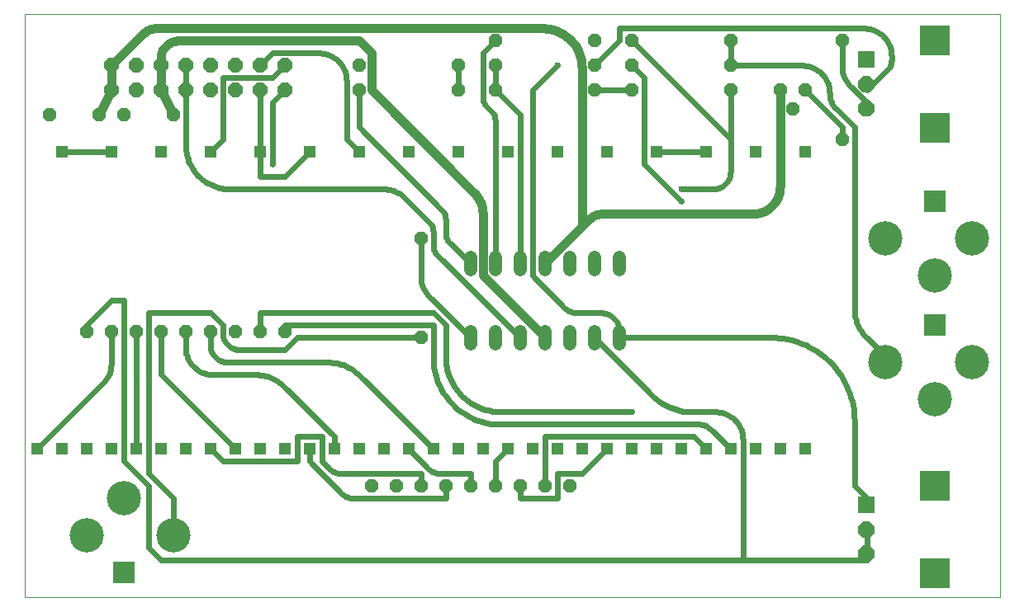
<source format=gtl>
G75*
G70*
%OFA0B0*%
%FSLAX24Y24*%
%IPPOS*%
%LPD*%
%AMOC8*
5,1,8,0,0,1.08239X$1,22.5*
%
%ADD10C,0.0000*%
%ADD11R,0.0515X0.0515*%
%ADD12R,0.0886X0.0886*%
%ADD13C,0.1384*%
%ADD14C,0.0520*%
%ADD15OC8,0.0600*%
%ADD16OC8,0.0520*%
%ADD17R,0.0660X0.0660*%
%ADD18OC8,0.0660*%
%ADD19R,0.1227X0.1227*%
%ADD20C,0.0360*%
%ADD21C,0.0240*%
%ADD22C,0.0240*%
D10*
X000180Y000680D02*
X000180Y024251D01*
X039550Y024251D01*
X039550Y000680D01*
X000180Y000680D01*
D11*
X000680Y006680D03*
X001680Y006680D03*
X002680Y006680D03*
X003680Y006680D03*
X004680Y006680D03*
X005680Y006680D03*
X006680Y006680D03*
X007680Y006680D03*
X008680Y006680D03*
X009680Y006680D03*
X010680Y006680D03*
X011680Y006680D03*
X012680Y006680D03*
X013680Y006680D03*
X014680Y006680D03*
X015680Y006680D03*
X016680Y006680D03*
X017680Y006680D03*
X018680Y006680D03*
X019680Y006680D03*
X020680Y006680D03*
X021680Y006680D03*
X022680Y006680D03*
X023680Y006680D03*
X024680Y006680D03*
X025680Y006680D03*
X026680Y006680D03*
X027680Y006680D03*
X028680Y006680D03*
X029680Y006680D03*
X030680Y006680D03*
X031680Y006680D03*
X031680Y018680D03*
X029680Y018680D03*
X027680Y018680D03*
X025680Y018680D03*
X023680Y018680D03*
X021680Y018680D03*
X019680Y018680D03*
X017680Y018680D03*
X015680Y018680D03*
X013680Y018680D03*
X011680Y018680D03*
X009680Y018680D03*
X007680Y018680D03*
X005680Y018680D03*
X003680Y018680D03*
X001680Y018680D03*
D12*
X004180Y001680D03*
X036930Y011680D03*
X036930Y016680D03*
D13*
X038430Y015180D03*
X036930Y013680D03*
X034930Y015180D03*
X034930Y010180D03*
X036930Y008680D03*
X038430Y010180D03*
X006180Y003180D03*
X004180Y004680D03*
X002680Y003180D03*
D14*
X018180Y010920D02*
X018180Y011440D01*
X019180Y011440D02*
X019180Y010920D01*
X020180Y010920D02*
X020180Y011440D01*
X021180Y011440D02*
X021180Y010920D01*
X022180Y010920D02*
X022180Y011440D01*
X023180Y011440D02*
X023180Y010920D01*
X024180Y010920D02*
X024180Y011440D01*
X024180Y013920D02*
X024180Y014440D01*
X023180Y014440D02*
X023180Y013920D01*
X022180Y013920D02*
X022180Y014440D01*
X021180Y014440D02*
X021180Y013920D01*
X020180Y013920D02*
X020180Y014440D01*
X019180Y014440D02*
X019180Y013920D01*
X018180Y013920D02*
X018180Y014440D01*
D15*
X010680Y021180D03*
X009680Y021180D03*
X008680Y021180D03*
X007680Y021180D03*
X006680Y021180D03*
X005680Y021180D03*
X004680Y021180D03*
X003680Y021180D03*
X003680Y022180D03*
X004680Y022180D03*
X005680Y022180D03*
X006680Y022180D03*
X007680Y022180D03*
X008680Y022180D03*
X009680Y022180D03*
X010680Y022180D03*
D16*
X013680Y022180D03*
X013680Y021180D03*
X017680Y021180D03*
X019180Y021180D03*
X019180Y022180D03*
X017680Y022180D03*
X019180Y023180D03*
X023180Y023180D03*
X023180Y022180D03*
X023180Y021180D03*
X024680Y021180D03*
X024680Y022180D03*
X024680Y023180D03*
X028680Y023180D03*
X028680Y022180D03*
X028680Y021180D03*
X030680Y021180D03*
X031680Y021180D03*
X031180Y020430D03*
X033180Y019180D03*
X033180Y023180D03*
X016180Y015180D03*
X010680Y011430D03*
X009680Y011430D03*
X008680Y011430D03*
X007680Y011430D03*
X006680Y011430D03*
X005680Y011430D03*
X004680Y011430D03*
X003680Y011430D03*
X002680Y011430D03*
X014180Y005180D03*
X015180Y005180D03*
X016180Y005180D03*
X017180Y005180D03*
X018180Y005180D03*
X019180Y005180D03*
X020180Y005180D03*
X021180Y005180D03*
X022180Y005180D03*
X016180Y011180D03*
X006180Y020180D03*
X004180Y020180D03*
X003180Y020180D03*
X001180Y020180D03*
D17*
X034174Y022414D03*
X034174Y004414D03*
D18*
X034174Y003430D03*
X034174Y002446D03*
X034174Y020446D03*
X034174Y021430D03*
D19*
X036930Y019658D03*
X036930Y023202D03*
X036930Y005202D03*
X036930Y001658D03*
D20*
X021180Y011180D02*
X018680Y013680D01*
X018680Y016217D01*
X018353Y017007D02*
X014180Y021180D01*
X014180Y022680D01*
X013680Y023180D01*
X006387Y023180D01*
X005473Y023680D02*
X005423Y023678D01*
X005372Y023673D01*
X005323Y023664D01*
X005274Y023651D01*
X005226Y023635D01*
X005179Y023616D01*
X005134Y023594D01*
X005091Y023568D01*
X005049Y023539D01*
X005010Y023507D01*
X004973Y023473D01*
X003680Y022180D01*
X003680Y021180D01*
X003180Y020180D01*
X005680Y021180D02*
X005680Y022180D01*
X005680Y022473D01*
X005682Y022523D01*
X005687Y022574D01*
X005696Y022623D01*
X005709Y022672D01*
X005725Y022720D01*
X005744Y022767D01*
X005766Y022812D01*
X005792Y022855D01*
X005821Y022897D01*
X005853Y022936D01*
X005887Y022973D01*
X005924Y023007D01*
X005963Y023039D01*
X006005Y023068D01*
X006048Y023094D01*
X006093Y023116D01*
X006140Y023135D01*
X006188Y023151D01*
X006237Y023164D01*
X006286Y023173D01*
X006337Y023178D01*
X006387Y023180D01*
X005473Y023680D02*
X021099Y023680D01*
X021177Y023678D01*
X021254Y023672D01*
X021331Y023663D01*
X021407Y023650D01*
X021483Y023633D01*
X021558Y023612D01*
X021632Y023588D01*
X021704Y023560D01*
X021775Y023528D01*
X021844Y023493D01*
X021912Y023455D01*
X021977Y023414D01*
X022041Y023369D01*
X022102Y023321D01*
X022161Y023270D01*
X022217Y023217D01*
X022270Y023161D01*
X022321Y023102D01*
X022369Y023041D01*
X022414Y022977D01*
X022455Y022912D01*
X022493Y022844D01*
X022528Y022775D01*
X022560Y022704D01*
X022588Y022632D01*
X022612Y022558D01*
X022633Y022483D01*
X022650Y022407D01*
X022663Y022331D01*
X022672Y022254D01*
X022678Y022177D01*
X022680Y022099D01*
X022680Y015680D01*
X021180Y014180D01*
X022680Y015680D02*
X022973Y015973D01*
X023473Y016180D02*
X029562Y016180D01*
X029627Y016182D01*
X029692Y016188D01*
X029756Y016197D01*
X029820Y016210D01*
X029883Y016227D01*
X029944Y016247D01*
X030005Y016271D01*
X030064Y016299D01*
X030121Y016330D01*
X030176Y016364D01*
X030230Y016401D01*
X030281Y016442D01*
X030329Y016485D01*
X030375Y016531D01*
X030418Y016579D01*
X030459Y016630D01*
X030496Y016684D01*
X030530Y016739D01*
X030561Y016796D01*
X030589Y016855D01*
X030613Y016916D01*
X030633Y016977D01*
X030650Y017040D01*
X030663Y017104D01*
X030672Y017168D01*
X030678Y017233D01*
X030680Y017298D01*
X030680Y021180D01*
X023473Y016180D02*
X023423Y016178D01*
X023372Y016173D01*
X023323Y016164D01*
X023274Y016151D01*
X023226Y016135D01*
X023179Y016116D01*
X023134Y016094D01*
X023091Y016068D01*
X023049Y016039D01*
X023010Y016007D01*
X022973Y015973D01*
X018680Y016217D02*
X018678Y016280D01*
X018673Y016342D01*
X018664Y016404D01*
X018652Y016466D01*
X018636Y016527D01*
X018617Y016586D01*
X018595Y016645D01*
X018569Y016702D01*
X018540Y016758D01*
X018509Y016812D01*
X018474Y016864D01*
X018436Y016914D01*
X018396Y016962D01*
X018353Y017008D01*
X006180Y020180D02*
X005680Y021180D01*
D21*
X006680Y021180D02*
X006680Y022180D01*
X006680Y021180D02*
X006680Y018983D01*
X007680Y018680D02*
X008180Y019180D01*
X008180Y021680D01*
X010180Y021680D01*
X010680Y022180D01*
X010180Y022680D02*
X012062Y022680D01*
X012127Y022678D01*
X012192Y022672D01*
X012256Y022663D01*
X012320Y022650D01*
X012383Y022633D01*
X012444Y022613D01*
X012505Y022589D01*
X012564Y022561D01*
X012621Y022530D01*
X012676Y022496D01*
X012730Y022459D01*
X012781Y022418D01*
X012829Y022375D01*
X012875Y022329D01*
X012918Y022281D01*
X012959Y022230D01*
X012996Y022176D01*
X013030Y022121D01*
X013061Y022064D01*
X013089Y022005D01*
X013113Y021944D01*
X013133Y021883D01*
X013150Y021820D01*
X013163Y021756D01*
X013172Y021692D01*
X013178Y021627D01*
X013180Y021562D01*
X013180Y019180D01*
X013680Y018680D01*
X013680Y019680D02*
X013680Y021180D01*
X013680Y019680D02*
X017034Y016326D01*
X017180Y015973D02*
X017180Y015387D01*
X017326Y015034D02*
X018180Y014180D01*
X019180Y014180D02*
X019180Y019973D01*
X019034Y020326D02*
X018826Y020534D01*
X018680Y020887D02*
X018680Y022680D01*
X019180Y023180D01*
X019180Y022180D02*
X019180Y021180D01*
X020180Y020180D01*
X020180Y014180D01*
X020680Y013680D02*
X021973Y012387D01*
X022473Y012180D02*
X023473Y012180D01*
X023523Y012178D01*
X023574Y012173D01*
X023623Y012164D01*
X023672Y012151D01*
X023720Y012135D01*
X023767Y012116D01*
X023812Y012094D01*
X023855Y012068D01*
X023897Y012039D01*
X023936Y012007D01*
X023973Y011973D01*
X024007Y011936D01*
X024039Y011897D01*
X024068Y011855D01*
X024094Y011812D01*
X024116Y011767D01*
X024135Y011720D01*
X024151Y011672D01*
X024164Y011623D01*
X024173Y011574D01*
X024178Y011523D01*
X024180Y011473D01*
X024180Y011180D01*
X030326Y011180D01*
X027106Y008180D02*
X026996Y008183D01*
X026887Y008191D01*
X026778Y008204D01*
X026670Y008223D01*
X026563Y008247D01*
X026457Y008276D01*
X026353Y008311D01*
X026250Y008350D01*
X026150Y008395D01*
X026052Y008444D01*
X025956Y008498D01*
X025864Y008557D01*
X025774Y008620D01*
X025687Y008688D01*
X025604Y008759D01*
X025525Y008835D01*
X023180Y011180D01*
X022473Y012180D02*
X022423Y012182D01*
X022372Y012187D01*
X022323Y012196D01*
X022274Y012209D01*
X022226Y012225D01*
X022179Y012244D01*
X022134Y012266D01*
X022091Y012292D01*
X022049Y012321D01*
X022010Y012353D01*
X021973Y012387D01*
X020180Y011180D02*
X016826Y014534D01*
X016680Y014887D02*
X016680Y015473D01*
X016534Y015826D02*
X015507Y016853D01*
X014717Y017180D02*
X008483Y017180D01*
X009680Y017680D02*
X009680Y018680D01*
X009680Y021180D01*
X010180Y020680D02*
X010180Y018180D01*
X009680Y017680D02*
X010680Y017680D01*
X011680Y018680D01*
X010180Y020680D02*
X010680Y021180D01*
X009680Y022180D02*
X010180Y022680D01*
X006680Y018983D02*
X006682Y018897D01*
X006688Y018812D01*
X006698Y018726D01*
X006713Y018642D01*
X006731Y018558D01*
X006753Y018475D01*
X006779Y018393D01*
X006809Y018313D01*
X006843Y018234D01*
X006880Y018157D01*
X006922Y018082D01*
X006966Y018008D01*
X007014Y017937D01*
X007066Y017868D01*
X007120Y017802D01*
X007178Y017739D01*
X007239Y017678D01*
X007302Y017620D01*
X007368Y017566D01*
X007437Y017514D01*
X007508Y017466D01*
X007581Y017422D01*
X007657Y017380D01*
X007734Y017343D01*
X007813Y017309D01*
X007893Y017279D01*
X007975Y017253D01*
X008058Y017231D01*
X008142Y017213D01*
X008226Y017198D01*
X008312Y017188D01*
X008397Y017182D01*
X008483Y017180D01*
X003680Y018680D02*
X001680Y018680D01*
X003680Y012680D02*
X004180Y012680D01*
X004180Y006180D01*
X005180Y005180D01*
X005180Y002680D01*
X005680Y002180D01*
X029180Y002180D01*
X029180Y007062D01*
X028680Y006680D02*
X027887Y007473D01*
X027387Y007680D02*
X019373Y007680D01*
X019416Y008180D02*
X024680Y008180D01*
X023680Y006680D02*
X022680Y005680D01*
X021680Y005680D01*
X021680Y004680D01*
X020180Y004680D01*
X020180Y005180D01*
X021180Y005180D02*
X021180Y007180D01*
X027180Y007180D01*
X027680Y006680D01*
X027887Y007473D02*
X027850Y007507D01*
X027811Y007539D01*
X027769Y007568D01*
X027726Y007594D01*
X027681Y007616D01*
X027634Y007635D01*
X027586Y007651D01*
X027537Y007664D01*
X027488Y007673D01*
X027437Y007678D01*
X027387Y007680D01*
X027106Y008180D02*
X028062Y008180D01*
X028127Y008178D01*
X028192Y008172D01*
X028256Y008163D01*
X028320Y008150D01*
X028383Y008133D01*
X028444Y008113D01*
X028505Y008089D01*
X028564Y008061D01*
X028621Y008030D01*
X028676Y007996D01*
X028730Y007959D01*
X028781Y007918D01*
X028829Y007875D01*
X028875Y007829D01*
X028918Y007781D01*
X028959Y007730D01*
X028996Y007676D01*
X029030Y007621D01*
X029061Y007564D01*
X029089Y007505D01*
X029113Y007444D01*
X029133Y007383D01*
X029150Y007320D01*
X029163Y007256D01*
X029172Y007192D01*
X029178Y007127D01*
X029180Y007062D01*
X030326Y011180D02*
X030486Y011176D01*
X030645Y011165D01*
X030803Y011146D01*
X030961Y011119D01*
X031117Y011085D01*
X031271Y011044D01*
X031423Y010996D01*
X031573Y010940D01*
X031719Y010877D01*
X031863Y010807D01*
X032003Y010731D01*
X032139Y010648D01*
X032272Y010558D01*
X032399Y010462D01*
X032522Y010361D01*
X032641Y010253D01*
X032753Y010141D01*
X032861Y010022D01*
X032962Y009899D01*
X033058Y009772D01*
X033148Y009639D01*
X033231Y009503D01*
X033307Y009363D01*
X033377Y009219D01*
X033440Y009073D01*
X033496Y008923D01*
X033544Y008771D01*
X033585Y008617D01*
X033619Y008461D01*
X033646Y008303D01*
X033665Y008145D01*
X033676Y007986D01*
X033680Y007826D01*
X033680Y005180D01*
X034180Y004680D01*
X034174Y004414D01*
X034174Y003430D02*
X034180Y003180D01*
X034180Y002680D01*
X034174Y002446D01*
X034180Y002180D01*
X029180Y002180D01*
X019680Y006680D02*
X019180Y006180D01*
X019180Y005180D01*
X018180Y005180D02*
X018180Y005680D01*
X016973Y005680D01*
X016473Y005887D02*
X015680Y006680D01*
X016680Y006680D02*
X013708Y009652D01*
X012433Y010180D02*
X008387Y010180D01*
X008887Y010680D02*
X010680Y010680D01*
X011180Y011180D01*
X016180Y011180D01*
X016680Y011680D02*
X010680Y011680D01*
X010680Y011430D01*
X009680Y011430D02*
X009680Y011680D01*
X009680Y012180D01*
X016680Y012180D01*
X017180Y011680D01*
X017180Y010416D01*
X016680Y010373D02*
X016680Y011680D01*
X016507Y012853D02*
X018180Y011180D01*
X016680Y010373D02*
X016683Y010245D01*
X016692Y010117D01*
X016707Y009990D01*
X016729Y009863D01*
X016756Y009738D01*
X016789Y009614D01*
X016828Y009492D01*
X016873Y009372D01*
X016923Y009254D01*
X016979Y009139D01*
X017041Y009027D01*
X017108Y008917D01*
X017179Y008811D01*
X017256Y008708D01*
X017338Y008609D01*
X017424Y008515D01*
X017515Y008424D01*
X017609Y008338D01*
X017708Y008256D01*
X017811Y008179D01*
X017917Y008108D01*
X018026Y008041D01*
X018139Y007979D01*
X018254Y007923D01*
X018372Y007873D01*
X018492Y007828D01*
X018614Y007789D01*
X018738Y007756D01*
X018863Y007729D01*
X018990Y007707D01*
X019117Y007692D01*
X019245Y007683D01*
X019373Y007680D01*
X016973Y005680D02*
X016923Y005682D01*
X016872Y005687D01*
X016823Y005696D01*
X016774Y005709D01*
X016726Y005725D01*
X016679Y005744D01*
X016634Y005766D01*
X016591Y005792D01*
X016549Y005821D01*
X016510Y005853D01*
X016473Y005887D01*
X016180Y005680D02*
X012973Y005680D01*
X012473Y005887D02*
X012180Y006180D01*
X012180Y007180D01*
X011180Y007180D01*
X011180Y006180D01*
X008180Y006180D01*
X007680Y006680D01*
X008680Y006680D02*
X005680Y009680D01*
X005680Y011180D01*
X005680Y011430D01*
X006680Y011430D02*
X006680Y011180D01*
X006680Y010798D01*
X007680Y010887D02*
X007680Y011180D01*
X007680Y011430D01*
X008180Y011387D02*
X008180Y011680D01*
X007680Y012180D01*
X005180Y012180D01*
X005180Y005680D01*
X006180Y004680D01*
X006180Y003180D01*
X004680Y006680D02*
X004680Y011180D01*
X004680Y011430D01*
X003680Y011430D02*
X003680Y011180D01*
X003680Y010094D01*
X003387Y009387D02*
X000680Y006680D01*
X003387Y009387D02*
X003429Y009431D01*
X003467Y009477D01*
X003503Y009526D01*
X003536Y009577D01*
X003565Y009629D01*
X003592Y009684D01*
X003615Y009739D01*
X003635Y009796D01*
X003651Y009855D01*
X003664Y009914D01*
X003673Y009973D01*
X003678Y010034D01*
X003680Y010094D01*
X002680Y011430D02*
X002680Y011680D01*
X003680Y012680D01*
X006680Y010798D02*
X006682Y010733D01*
X006688Y010668D01*
X006697Y010604D01*
X006710Y010540D01*
X006727Y010477D01*
X006747Y010416D01*
X006771Y010355D01*
X006799Y010296D01*
X006830Y010239D01*
X006864Y010184D01*
X006901Y010130D01*
X006942Y010079D01*
X006985Y010031D01*
X007031Y009985D01*
X007079Y009942D01*
X007130Y009901D01*
X007184Y009864D01*
X007239Y009830D01*
X007296Y009799D01*
X007355Y009771D01*
X007416Y009747D01*
X007477Y009727D01*
X007540Y009710D01*
X007604Y009697D01*
X007668Y009688D01*
X007733Y009682D01*
X007798Y009680D01*
X009525Y009680D01*
X010643Y009217D02*
X012680Y007180D01*
X012680Y006680D01*
X012473Y005887D02*
X012510Y005853D01*
X012549Y005821D01*
X012591Y005792D01*
X012634Y005766D01*
X012679Y005744D01*
X012726Y005725D01*
X012774Y005709D01*
X012823Y005696D01*
X012872Y005687D01*
X012923Y005682D01*
X012973Y005680D01*
X012973Y004887D02*
X013010Y004853D01*
X013049Y004821D01*
X013091Y004792D01*
X013134Y004766D01*
X013179Y004744D01*
X013226Y004725D01*
X013274Y004709D01*
X013323Y004696D01*
X013372Y004687D01*
X013423Y004682D01*
X013473Y004680D01*
X017180Y004680D01*
X017180Y005180D01*
X016180Y005180D02*
X016180Y005680D01*
X012973Y004887D02*
X011680Y006180D01*
X011680Y006680D01*
X010643Y009217D02*
X010587Y009270D01*
X010528Y009321D01*
X010467Y009369D01*
X010403Y009414D01*
X010338Y009455D01*
X010270Y009493D01*
X010201Y009528D01*
X010130Y009560D01*
X010058Y009588D01*
X009984Y009612D01*
X009909Y009633D01*
X009833Y009650D01*
X009757Y009663D01*
X009680Y009672D01*
X009603Y009678D01*
X009525Y009680D01*
X008387Y010180D02*
X008337Y010182D01*
X008286Y010187D01*
X008237Y010196D01*
X008188Y010209D01*
X008140Y010225D01*
X008093Y010244D01*
X008048Y010266D01*
X008005Y010292D01*
X007963Y010321D01*
X007924Y010353D01*
X007887Y010387D01*
X007853Y010424D01*
X007821Y010463D01*
X007792Y010505D01*
X007766Y010548D01*
X007744Y010593D01*
X007725Y010640D01*
X007709Y010688D01*
X007696Y010737D01*
X007687Y010786D01*
X007682Y010837D01*
X007680Y010887D01*
X008180Y011387D02*
X008182Y011337D01*
X008187Y011286D01*
X008196Y011237D01*
X008209Y011188D01*
X008225Y011140D01*
X008244Y011093D01*
X008266Y011048D01*
X008292Y011005D01*
X008321Y010963D01*
X008353Y010924D01*
X008387Y010887D01*
X008424Y010853D01*
X008463Y010821D01*
X008505Y010792D01*
X008548Y010766D01*
X008593Y010744D01*
X008640Y010725D01*
X008688Y010709D01*
X008737Y010696D01*
X008786Y010687D01*
X008837Y010682D01*
X008887Y010680D01*
X012433Y010180D02*
X012521Y010178D01*
X012610Y010171D01*
X012698Y010160D01*
X012785Y010145D01*
X012871Y010126D01*
X012956Y010102D01*
X013040Y010075D01*
X013123Y010043D01*
X013204Y010007D01*
X013283Y009967D01*
X013360Y009923D01*
X013435Y009876D01*
X013507Y009825D01*
X013577Y009771D01*
X013644Y009713D01*
X013708Y009652D01*
X017180Y010416D02*
X017183Y010310D01*
X017190Y010203D01*
X017203Y010098D01*
X017220Y009993D01*
X017243Y009889D01*
X017271Y009786D01*
X017303Y009685D01*
X017340Y009585D01*
X017382Y009487D01*
X017429Y009391D01*
X017480Y009298D01*
X017535Y009207D01*
X017595Y009119D01*
X017658Y009034D01*
X017726Y008952D01*
X017798Y008873D01*
X017873Y008798D01*
X017952Y008726D01*
X018034Y008658D01*
X018119Y008595D01*
X018207Y008535D01*
X018298Y008480D01*
X018391Y008429D01*
X018487Y008382D01*
X018585Y008340D01*
X018685Y008303D01*
X018786Y008271D01*
X018889Y008243D01*
X018993Y008220D01*
X019098Y008203D01*
X019203Y008190D01*
X019310Y008183D01*
X019416Y008180D01*
X016507Y012852D02*
X016464Y012898D01*
X016424Y012946D01*
X016386Y012996D01*
X016351Y013048D01*
X016320Y013102D01*
X016291Y013158D01*
X016265Y013215D01*
X016243Y013274D01*
X016224Y013333D01*
X016208Y013394D01*
X016196Y013456D01*
X016187Y013518D01*
X016182Y013580D01*
X016180Y013643D01*
X016180Y015180D01*
X016680Y015473D02*
X016678Y015517D01*
X016672Y015560D01*
X016663Y015602D01*
X016650Y015644D01*
X016633Y015684D01*
X016613Y015723D01*
X016590Y015760D01*
X016563Y015794D01*
X016534Y015827D01*
X017180Y015973D02*
X017178Y016017D01*
X017172Y016060D01*
X017163Y016102D01*
X017150Y016144D01*
X017133Y016184D01*
X017113Y016223D01*
X017090Y016260D01*
X017063Y016294D01*
X017034Y016327D01*
X017180Y015387D02*
X017182Y015343D01*
X017188Y015300D01*
X017197Y015258D01*
X017210Y015216D01*
X017227Y015176D01*
X017247Y015137D01*
X017270Y015100D01*
X017297Y015066D01*
X017326Y015033D01*
X016680Y014887D02*
X016682Y014843D01*
X016688Y014800D01*
X016697Y014758D01*
X016710Y014716D01*
X016727Y014676D01*
X016747Y014637D01*
X016770Y014600D01*
X016797Y014566D01*
X016826Y014533D01*
X015508Y016853D02*
X015462Y016896D01*
X015414Y016936D01*
X015364Y016974D01*
X015312Y017009D01*
X015258Y017040D01*
X015202Y017069D01*
X015145Y017095D01*
X015086Y017117D01*
X015027Y017136D01*
X014966Y017152D01*
X014904Y017164D01*
X014842Y017173D01*
X014780Y017178D01*
X014717Y017180D01*
X019180Y019973D02*
X019178Y020017D01*
X019172Y020060D01*
X019163Y020102D01*
X019150Y020144D01*
X019133Y020184D01*
X019113Y020223D01*
X019090Y020260D01*
X019063Y020294D01*
X019034Y020327D01*
X018826Y020533D02*
X018797Y020566D01*
X018770Y020600D01*
X018747Y020637D01*
X018727Y020676D01*
X018710Y020716D01*
X018697Y020758D01*
X018688Y020800D01*
X018682Y020843D01*
X018680Y020887D01*
X017680Y021180D02*
X017680Y022180D01*
X020680Y021180D02*
X020680Y013680D01*
X025180Y018180D02*
X026680Y016680D01*
X026680Y017180D02*
X027973Y017180D01*
X028023Y017182D01*
X028074Y017187D01*
X028123Y017196D01*
X028172Y017209D01*
X028220Y017225D01*
X028267Y017244D01*
X028312Y017266D01*
X028355Y017292D01*
X028397Y017321D01*
X028436Y017353D01*
X028473Y017387D01*
X028507Y017424D01*
X028539Y017463D01*
X028568Y017505D01*
X028594Y017548D01*
X028616Y017593D01*
X028635Y017640D01*
X028651Y017688D01*
X028664Y017737D01*
X028673Y017786D01*
X028678Y017837D01*
X028680Y017887D01*
X028680Y019180D01*
X024680Y023180D01*
X024180Y023180D02*
X024180Y023680D01*
X034062Y023680D01*
X033180Y023180D02*
X033180Y022143D01*
X034062Y023680D02*
X034127Y023678D01*
X034192Y023672D01*
X034256Y023663D01*
X034320Y023650D01*
X034383Y023633D01*
X034444Y023613D01*
X034505Y023589D01*
X034564Y023561D01*
X034621Y023530D01*
X034676Y023496D01*
X034730Y023459D01*
X034781Y023418D01*
X034829Y023375D01*
X034875Y023329D01*
X034918Y023281D01*
X034959Y023230D01*
X034996Y023176D01*
X035030Y023121D01*
X035061Y023064D01*
X035089Y023005D01*
X035113Y022944D01*
X035133Y022883D01*
X035150Y022820D01*
X035163Y022756D01*
X035172Y022692D01*
X035178Y022627D01*
X035180Y022562D01*
X035180Y022387D01*
X035178Y022343D01*
X035172Y022300D01*
X035163Y022258D01*
X035150Y022216D01*
X035133Y022176D01*
X035113Y022137D01*
X035090Y022100D01*
X035063Y022066D01*
X035034Y022033D01*
X035034Y022034D02*
X034180Y021180D01*
X034174Y021430D01*
X033507Y021353D02*
X034180Y020680D01*
X034174Y020446D01*
X032950Y020410D02*
X032909Y020454D01*
X032871Y020501D01*
X032835Y020550D01*
X032804Y020601D01*
X032775Y020654D01*
X032750Y020709D01*
X032729Y020766D01*
X032711Y020823D01*
X032698Y020882D01*
X032688Y020942D01*
X032682Y021002D01*
X032680Y021062D01*
X032950Y020410D02*
X033680Y019680D01*
X033680Y012335D01*
X034143Y011217D02*
X034680Y010680D01*
X034680Y010180D01*
X034930Y010180D01*
X034143Y011217D02*
X034090Y011273D01*
X034039Y011332D01*
X033991Y011393D01*
X033946Y011457D01*
X033905Y011522D01*
X033867Y011590D01*
X033832Y011659D01*
X033800Y011730D01*
X033772Y011802D01*
X033748Y011876D01*
X033727Y011951D01*
X033710Y012027D01*
X033697Y012103D01*
X033688Y012180D01*
X033682Y012257D01*
X033680Y012335D01*
X025180Y018180D02*
X025180Y021680D01*
X024680Y022180D01*
X024680Y021180D02*
X023180Y021180D01*
X023180Y022180D02*
X024180Y023180D01*
X021680Y022180D02*
X020680Y021180D01*
X025680Y018680D02*
X027680Y018680D01*
X028680Y019180D02*
X028680Y021180D01*
X028680Y022180D02*
X031562Y022180D01*
X031680Y021180D02*
X033180Y019680D01*
X033180Y019180D01*
X032680Y021062D02*
X032678Y021127D01*
X032672Y021192D01*
X032663Y021256D01*
X032650Y021320D01*
X032633Y021383D01*
X032613Y021444D01*
X032589Y021505D01*
X032561Y021564D01*
X032530Y021621D01*
X032496Y021676D01*
X032459Y021730D01*
X032418Y021781D01*
X032375Y021829D01*
X032329Y021875D01*
X032281Y021918D01*
X032230Y021959D01*
X032176Y021996D01*
X032121Y022030D01*
X032064Y022061D01*
X032005Y022089D01*
X031944Y022113D01*
X031883Y022133D01*
X031820Y022150D01*
X031756Y022163D01*
X031692Y022172D01*
X031627Y022178D01*
X031562Y022180D01*
X033180Y022143D02*
X033182Y022080D01*
X033187Y022018D01*
X033196Y021956D01*
X033208Y021894D01*
X033224Y021833D01*
X033243Y021774D01*
X033265Y021715D01*
X033291Y021658D01*
X033320Y021602D01*
X033351Y021548D01*
X033386Y021496D01*
X033424Y021446D01*
X033464Y021398D01*
X033507Y021352D01*
X028680Y022180D02*
X028680Y023180D01*
D22*
X021680Y022180D03*
X026680Y017180D03*
X026680Y016680D03*
X024680Y008180D03*
X010180Y018180D03*
M02*

</source>
